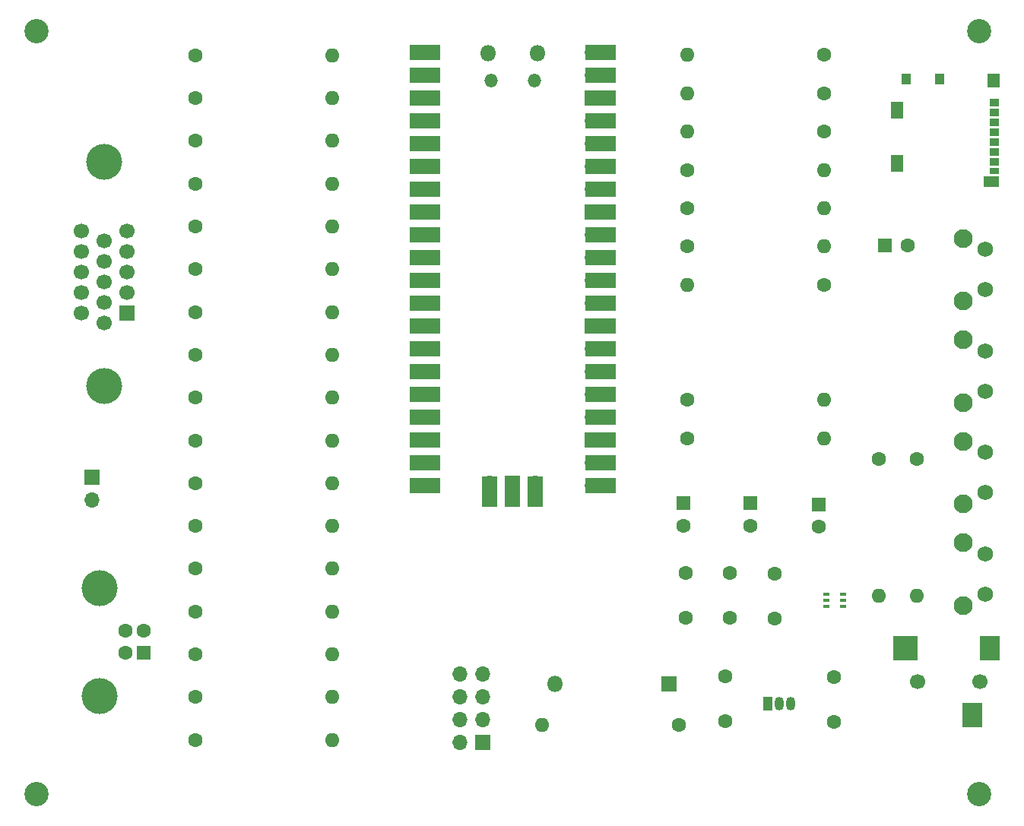
<source format=gbr>
%TF.GenerationSoftware,KiCad,Pcbnew,(5.1.9)-1*%
%TF.CreationDate,2021-02-02T00:48:23+00:00*%
%TF.ProjectId,pico_vga_sd_aud,7069636f-5f76-4676-915f-73645f617564,rev?*%
%TF.SameCoordinates,Original*%
%TF.FileFunction,Soldermask,Top*%
%TF.FilePolarity,Negative*%
%FSLAX46Y46*%
G04 Gerber Fmt 4.6, Leading zero omitted, Abs format (unit mm)*
G04 Created by KiCad (PCBNEW (5.1.9)-1) date 2021-02-02 00:48:23*
%MOMM*%
%LPD*%
G01*
G04 APERTURE LIST*
%ADD10O,1.700000X1.700000*%
%ADD11R,1.700000X3.500000*%
%ADD12R,1.700000X1.700000*%
%ADD13O,1.500000X1.500000*%
%ADD14O,1.800000X1.800000*%
%ADD15R,3.500000X1.700000*%
%ADD16O,1.600000X1.600000*%
%ADD17C,1.600000*%
%ADD18R,1.600000X1.600000*%
%ADD19C,2.100000*%
%ADD20C,1.750000*%
%ADD21R,1.050000X1.500000*%
%ADD22O,1.050000X1.500000*%
%ADD23C,4.000000*%
%ADD24R,1.800000X1.800000*%
%ADD25R,0.650000X0.400000*%
%ADD26C,1.700000*%
%ADD27R,1.350000X1.900000*%
%ADD28R,1.000000X1.200000*%
%ADD29R,1.350000X1.550000*%
%ADD30R,1.800000X1.170000*%
%ADD31R,1.100000X0.850000*%
%ADD32R,1.100000X0.750000*%
%ADD33R,2.200000X2.800000*%
%ADD34R,2.800000X2.800000*%
%ADD35C,2.700000*%
G04 APERTURE END LIST*
D10*
%TO.C,U2*%
X145284400Y-89355800D03*
D11*
X145284400Y-90255800D03*
D12*
X142744400Y-89355800D03*
D11*
X142744400Y-90255800D03*
D10*
X140204400Y-89355800D03*
D11*
X140204400Y-90255800D03*
D13*
X145169400Y-44485800D03*
X140319400Y-44485800D03*
D14*
X145469400Y-41455800D03*
X140019400Y-41455800D03*
D15*
X152534400Y-89585800D03*
X152534400Y-87045800D03*
X152534400Y-84505800D03*
X152534400Y-81965800D03*
X152534400Y-79425800D03*
X152534400Y-76885800D03*
X152534400Y-74345800D03*
X152534400Y-71805800D03*
X152534400Y-69265800D03*
X152534400Y-66725800D03*
X152534400Y-64185800D03*
X152534400Y-61645800D03*
X152534400Y-59105800D03*
X152534400Y-56565800D03*
X152534400Y-54025800D03*
X152534400Y-51485800D03*
X152534400Y-48945800D03*
X152534400Y-46405800D03*
X152534400Y-43865800D03*
X152534400Y-41325800D03*
X132954400Y-89585800D03*
X132954400Y-87045800D03*
X132954400Y-84505800D03*
X132954400Y-81965800D03*
X132954400Y-79425800D03*
X132954400Y-76885800D03*
X132954400Y-74345800D03*
X132954400Y-71805800D03*
X132954400Y-69265800D03*
X132954400Y-66725800D03*
X132954400Y-64185800D03*
X132954400Y-61645800D03*
X132954400Y-59105800D03*
X132954400Y-56565800D03*
X132954400Y-54025800D03*
X132954400Y-51485800D03*
X132954400Y-48945800D03*
X132954400Y-46405800D03*
X132954400Y-43865800D03*
X132954400Y-41325800D03*
D10*
X151634400Y-41325800D03*
X151634400Y-43865800D03*
D12*
X151634400Y-46405800D03*
D10*
X151634400Y-48945800D03*
X151634400Y-51485800D03*
X151634400Y-54025800D03*
X151634400Y-56565800D03*
D12*
X151634400Y-59105800D03*
D10*
X151634400Y-61645800D03*
X151634400Y-64185800D03*
X151634400Y-66725800D03*
X151634400Y-69265800D03*
D12*
X151634400Y-71805800D03*
D10*
X151634400Y-74345800D03*
X151634400Y-76885800D03*
X151634400Y-79425800D03*
X151634400Y-81965800D03*
D12*
X151634400Y-84505800D03*
D10*
X151634400Y-87045800D03*
X151634400Y-89585800D03*
X133854400Y-89585800D03*
X133854400Y-87045800D03*
D12*
X133854400Y-84505800D03*
D10*
X133854400Y-81965800D03*
X133854400Y-79425800D03*
X133854400Y-76885800D03*
X133854400Y-74345800D03*
D12*
X133854400Y-71805800D03*
D10*
X133854400Y-69265800D03*
X133854400Y-66725800D03*
X133854400Y-64185800D03*
X133854400Y-61645800D03*
D12*
X133854400Y-59105800D03*
D10*
X133854400Y-56565800D03*
X133854400Y-54025800D03*
X133854400Y-51485800D03*
X133854400Y-48945800D03*
D12*
X133854400Y-46405800D03*
D10*
X133854400Y-43865800D03*
X133854400Y-41325800D03*
%TD*%
D16*
%TO.C,R24*%
X162162700Y-50156820D03*
D17*
X177402700Y-50156820D03*
%TD*%
D16*
%TO.C,R23*%
X162162700Y-45885560D03*
D17*
X177402700Y-45885560D03*
%TD*%
%TO.C,C21*%
X161794400Y-94067000D03*
D18*
X161794400Y-91567000D03*
%TD*%
D17*
%TO.C,C19*%
X186722600Y-62838500D03*
D18*
X184222600Y-62838500D03*
%TD*%
D17*
%TO.C,C15*%
X169223900Y-94067000D03*
D18*
X169223900Y-91567000D03*
%TD*%
D17*
%TO.C,C14*%
X176831200Y-94205600D03*
D18*
X176831200Y-91705600D03*
%TD*%
D19*
%TO.C,SW4*%
X192886800Y-73349066D03*
D20*
X195376800Y-74599066D03*
X195376800Y-79099066D03*
D19*
X192886800Y-80359066D03*
%TD*%
%TO.C,SW3*%
X192886800Y-84652432D03*
D20*
X195376800Y-85902432D03*
X195376800Y-90402432D03*
D19*
X192886800Y-91662432D03*
%TD*%
%TO.C,SW2*%
X192886800Y-95955800D03*
D20*
X195376800Y-97205800D03*
X195376800Y-101705800D03*
D19*
X192886800Y-102965800D03*
%TD*%
%TO.C,SW1*%
X192886800Y-62045700D03*
D20*
X195376800Y-63295700D03*
X195376800Y-67795700D03*
D19*
X192886800Y-69055700D03*
%TD*%
D16*
%TO.C,R8*%
X177402700Y-84326900D03*
D17*
X162162700Y-84326900D03*
%TD*%
D16*
%TO.C,R7*%
X162162700Y-67241860D03*
D17*
X177402700Y-67241860D03*
%TD*%
D21*
%TO.C,U1*%
X171179700Y-113880900D03*
D22*
X173719700Y-113880900D03*
X172449700Y-113880900D03*
%TD*%
D23*
%TO.C,J5*%
X96761800Y-113016400D03*
X96761800Y-101016400D03*
D17*
X99621800Y-108266400D03*
X99621800Y-105766400D03*
X101621800Y-105766400D03*
D18*
X101621800Y-108266400D03*
%TD*%
D14*
%TO.C,D1*%
X147418000Y-111709200D03*
D24*
X160118000Y-111709200D03*
%TD*%
D25*
%TO.C,U3*%
X179559200Y-101736300D03*
X179559200Y-103036300D03*
X177659200Y-102386300D03*
X179559200Y-102386300D03*
X177659200Y-103036300D03*
X177659200Y-101736300D03*
%TD*%
D16*
%TO.C,R40*%
X122682000Y-89333380D03*
D17*
X107442000Y-89333380D03*
%TD*%
D16*
%TO.C,R39*%
X122682000Y-94099848D03*
D17*
X107442000Y-94099848D03*
%TD*%
D16*
%TO.C,R38*%
X122682000Y-98866316D03*
D17*
X107442000Y-98866316D03*
%TD*%
D16*
%TO.C,R37*%
X122682000Y-103632784D03*
D17*
X107442000Y-103632784D03*
%TD*%
D16*
%TO.C,R36*%
X122682000Y-108399252D03*
D17*
X107442000Y-108399252D03*
%TD*%
D16*
%TO.C,R35*%
X122682000Y-65501040D03*
D17*
X107442000Y-65501040D03*
%TD*%
D16*
%TO.C,R34*%
X122682000Y-70267508D03*
D17*
X107442000Y-70267508D03*
%TD*%
D16*
%TO.C,R33*%
X122682000Y-75033976D03*
D17*
X107442000Y-75033976D03*
%TD*%
D16*
%TO.C,R32*%
X122682000Y-79800444D03*
D17*
X107442000Y-79800444D03*
%TD*%
D16*
%TO.C,R31*%
X122682000Y-84566912D03*
D17*
X107442000Y-84566912D03*
%TD*%
D16*
%TO.C,R30*%
X122682000Y-41668700D03*
D17*
X107442000Y-41668700D03*
%TD*%
D16*
%TO.C,R29*%
X122682000Y-46435168D03*
D17*
X107442000Y-46435168D03*
%TD*%
D16*
%TO.C,R28*%
X122682000Y-51201636D03*
D17*
X107442000Y-51201636D03*
%TD*%
D16*
%TO.C,R27*%
X122682000Y-55968104D03*
D17*
X107442000Y-55968104D03*
%TD*%
D16*
%TO.C,R26*%
X122682000Y-60734572D03*
D17*
X107442000Y-60734572D03*
%TD*%
D16*
%TO.C,R22*%
X177402700Y-54428080D03*
D17*
X162162700Y-54428080D03*
%TD*%
D16*
%TO.C,R21*%
X177402700Y-58699340D03*
D17*
X162162700Y-58699340D03*
%TD*%
D16*
%TO.C,R20*%
X177402700Y-62970600D03*
D17*
X162162700Y-62970600D03*
%TD*%
D16*
%TO.C,R11*%
X122682000Y-117932200D03*
D17*
X107442000Y-117932200D03*
%TD*%
D16*
%TO.C,R10*%
X122682000Y-113165720D03*
D17*
X107442000Y-113165720D03*
%TD*%
D16*
%TO.C,R9*%
X162162700Y-41614300D03*
D17*
X177402700Y-41614300D03*
%TD*%
D16*
%TO.C,R4*%
X177402700Y-80055640D03*
D17*
X162162700Y-80055640D03*
%TD*%
D16*
%TO.C,R3*%
X146008300Y-116293900D03*
D17*
X161248300Y-116293900D03*
%TD*%
D16*
%TO.C,R2*%
X183536800Y-101891000D03*
D17*
X183536800Y-86651000D03*
%TD*%
D16*
%TO.C,R1*%
X187715100Y-101891000D03*
D17*
X187715100Y-86651000D03*
%TD*%
D10*
%TO.C,J7*%
X136838900Y-110577800D03*
X139378900Y-110577800D03*
X136838900Y-113117800D03*
X139378900Y-113117800D03*
X136838900Y-115657800D03*
X139378900Y-115657800D03*
X136838900Y-118197800D03*
D12*
X139378900Y-118197800D03*
%TD*%
D10*
%TO.C,J6*%
X95881400Y-91184900D03*
D12*
X95881400Y-88644900D03*
%TD*%
%TO.C,J4*%
X99805700Y-70368900D03*
D26*
X99805700Y-68078900D03*
X99805700Y-65788900D03*
X99805700Y-63498900D03*
X99805700Y-61208900D03*
X94725700Y-70368900D03*
X94725700Y-65788900D03*
X94725700Y-68078900D03*
X94725700Y-61208900D03*
X94725700Y-63498900D03*
X97265700Y-62353900D03*
X97265700Y-64643900D03*
X97265700Y-71513900D03*
X97265700Y-69223900D03*
X97265700Y-66933900D03*
D23*
X97265700Y-78533900D03*
X97265700Y-53543900D03*
%TD*%
D27*
%TO.C,J3*%
X185591300Y-53741500D03*
X185591300Y-47771500D03*
D28*
X190266300Y-44271500D03*
X186566300Y-44271500D03*
D29*
X196291300Y-44446500D03*
D30*
X196066300Y-55766500D03*
D31*
X196416300Y-53506500D03*
X196416300Y-52406500D03*
X196416300Y-51306500D03*
X196416300Y-50206500D03*
X196416300Y-49106500D03*
X196416300Y-48006500D03*
D32*
X196416300Y-54556500D03*
D31*
X196416300Y-46906500D03*
%TD*%
D33*
%TO.C,J2*%
X193912500Y-115154100D03*
X195912500Y-107754100D03*
D34*
X186512500Y-107754100D03*
D26*
X194812500Y-111454100D03*
X187812500Y-111454100D03*
%TD*%
D35*
%TO.C,H4*%
X194712800Y-123989000D03*
%TD*%
%TO.C,H3*%
X89712800Y-123989000D03*
%TD*%
%TO.C,H2*%
X194712800Y-38989000D03*
%TD*%
%TO.C,H1*%
X89712800Y-38989000D03*
%TD*%
D17*
%TO.C,C8*%
X171916300Y-104389100D03*
X171916300Y-99389100D03*
%TD*%
%TO.C,C7*%
X162048400Y-104312900D03*
X162048400Y-99312900D03*
%TD*%
%TO.C,C4*%
X166950600Y-104312900D03*
X166950600Y-99312900D03*
%TD*%
%TO.C,C2*%
X178494900Y-110924500D03*
X178494900Y-115924500D03*
%TD*%
%TO.C,C1*%
X166417200Y-115882600D03*
X166417200Y-110882600D03*
%TD*%
M02*

</source>
